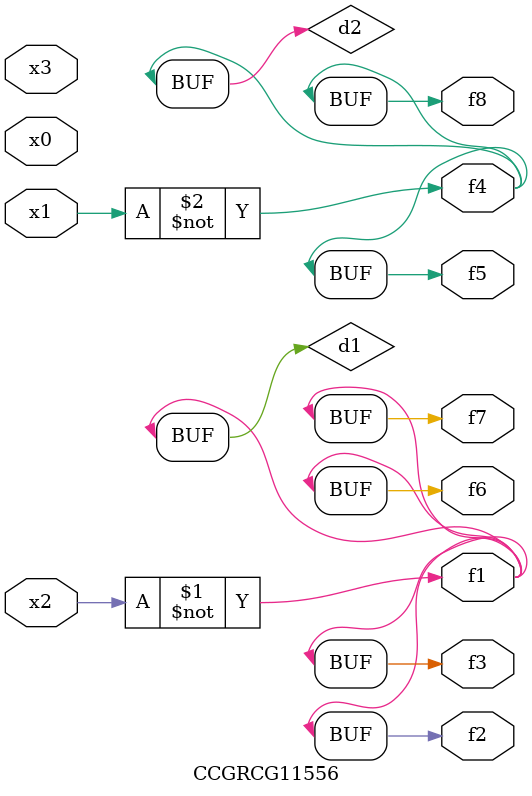
<source format=v>
module CCGRCG11556(
	input x0, x1, x2, x3,
	output f1, f2, f3, f4, f5, f6, f7, f8
);

	wire d1, d2;

	xnor (d1, x2);
	not (d2, x1);
	assign f1 = d1;
	assign f2 = d1;
	assign f3 = d1;
	assign f4 = d2;
	assign f5 = d2;
	assign f6 = d1;
	assign f7 = d1;
	assign f8 = d2;
endmodule

</source>
